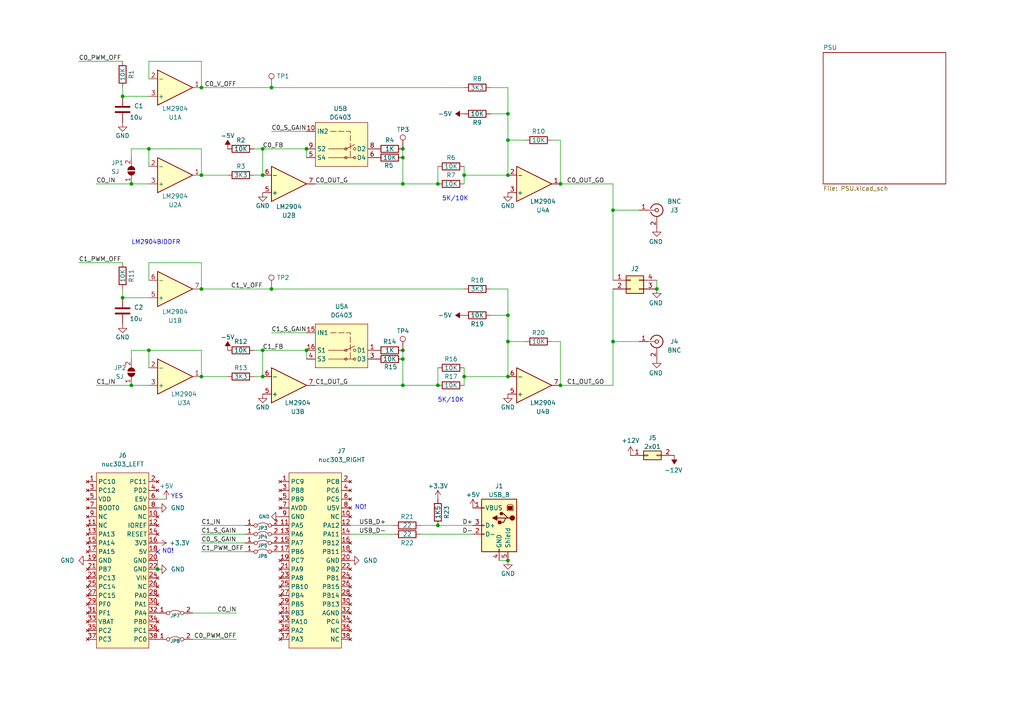
<source format=kicad_sch>
(kicad_sch (version 20230121) (generator eeschema)
  (paper "A4")
  (lib_symbols
    (symbol "Amplifier_Operational:LM2904" (pin_names (offset 0.127))
      (property "Reference" "U" (at 0 5.08 0))
      (property "Value" "LM2904" (at 0 -5.08 0))
      (symbol "LM2904_1_1"
        (polyline (pts (xy -5.08 5.08) (xy 5.08 0) (xy -5.08 -5.08) (xy -5.08 5.08)) (stroke (width 0.254)) (fill (type background)))
        (pin output line (at 7.62 0 180) (length 2.54) (name "~") (number "1"))
        (pin input line (at -7.62 -2.54 0) (length 2.54) (name "-") (number "2"))
        (pin input line (at -7.62 2.54 0) (length 2.54) (name "+") (number "3"))
      )
      (symbol "LM2904_2_1"
        (polyline (pts (xy -5.08 5.08) (xy 5.08 0) (xy -5.08 -5.08) (xy -5.08 5.08)) (stroke (width 0.254)) (fill (type background)))
        (pin input line (at -7.62 2.54 0) (length 2.54) (name "+") (number "5"))
        (pin input line (at -7.62 -2.54 0) (length 2.54) (name "-") (number "6"))
        (pin output line (at 7.62 0 180) (length 2.54) (name "~") (number "7"))
      )
      (symbol "LM2904_3_1"
        (pin power_in line (at -2.54 -7.62 90) (length 3.81) (name "V-") (number "4"))
        (pin power_in line (at -2.54 7.62 270) (length 3.81) (name "V+") (number "8"))
      )
    )
    (symbol "Connector:Conn_Coaxial" (pin_names (offset 1.016) hide)
      (property "Reference" "J" (at 0.254 3.048 0))
      (property "Value" "Conn_Coaxial" (at 2.921 0 90))
      (symbol "Conn_Coaxial_0_1"
        (arc (start -1.778 -0.508) (mid 0.2311 -1.8066) (end 1.778 0) (stroke (width 0.254)))
        (polyline (pts (xy -2.54 0) (xy -0.508 0)))
        (polyline (pts (xy 0 -2.54) (xy 0 -1.778)))
        (circle (center 0 0) (radius 0.508) (stroke (width 0.2032)))
        (arc (start 1.778 0) (mid 0.2099 1.8101) (end -1.778 0.508) (stroke (width 0.254)))
      )
      (symbol "Conn_Coaxial_1_1"
        (pin passive line (at -5.08 0 0) (length 2.54) (name "In") (number "1"))
        (pin passive line (at 0 -5.08 90) (length 2.54) (name "Ext") (number "2"))
      )
    )
    (symbol "Connector:TestPoint" (pin_numbers hide) (pin_names (offset 0.762) hide)
      (property "Reference" "TP" (at 0 6.858 0))
      (property "Value" "TestPoint" (at 0 5.08 0))
      (symbol "TestPoint_0_1"
        (circle (center 0 3.302) (radius 0.762))
      )
      (symbol "TestPoint_1_1"
        (pin passive line (at 0 0 90) (length 2.54) (name "1") (number "1"))
      )
    )
    (symbol "Connector:USB_B" (pin_names (offset 1.016))
      (property "Reference" "J" (at -5.08 11.43 0))
      (property "Value" "USB_B" (at -5.08 8.89 0))
      (symbol "USB_B_0_1"
        (rectangle (start -5.08 -7.62) (end 5.08 7.62) (stroke (width 0.254)) (fill (type background)))
        (circle (center -3.81 2.159) (radius 0.635) (stroke (width 0.254)) (fill (type outline)))
        (rectangle (start -3.81 5.588) (end -2.54 4.572) (fill (type outline)))
        (circle (center -0.635 3.429) (radius 0.381) (stroke (width 0.254)) (fill (type outline)))
        (rectangle (start -0.127 -7.62) (end 0.127 -6.858))
        (polyline (pts (xy -1.905 2.159) (xy 0.635 2.159)) (stroke (width 0.254)))
        (polyline (pts (xy -3.175 2.159) (xy -2.54 2.159) (xy -1.27 3.429) (xy -0.635 3.429)) (stroke (width 0.254)))
        (polyline (pts (xy -2.54 2.159) (xy -1.905 2.159) (xy -1.27 0.889) (xy 0 0.889)) (stroke (width 0.254)))
        (polyline (pts (xy 0.635 2.794) (xy 0.635 1.524) (xy 1.905 2.159) (xy 0.635 2.794)) (stroke (width 0.254)) (fill (type outline)))
        (polyline (pts (xy -4.064 4.318) (xy -2.286 4.318) (xy -2.286 5.715) (xy -2.667 6.096) (xy -3.683 6.096) (xy -4.064 5.715) (xy -4.064 4.318)))
        (rectangle (start 0.254 1.27) (end -0.508 0.508) (stroke (width 0.254)) (fill (type outline)))
        (rectangle (start 5.08 -2.667) (end 4.318 -2.413))
        (rectangle (start 5.08 -0.127) (end 4.318 0.127))
        (rectangle (start 5.08 4.953) (end 4.318 5.207))
      )
      (symbol "USB_B_1_1"
        (pin power_out line (at 7.62 5.08 180) (length 2.54) (name "VBUS") (number "1"))
        (pin bidirectional line (at 7.62 -2.54 180) (length 2.54) (name "D-") (number "2"))
        (pin bidirectional line (at 7.62 0 180) (length 2.54) (name "D+") (number "3"))
        (pin power_out line (at 0 -10.16 90) (length 2.54) (name "GND") (number "4"))
        (pin passive line (at -2.54 -10.16 90) (length 2.54) (name "Shield") (number "5"))
      )
    )
    (symbol "Connector_Generic:Conn_02x01" (pin_names (offset 1.016) hide)
      (property "Reference" "J" (at 1.27 2.54 0))
      (property "Value" "Conn_02x01" (at 1.27 -2.54 0))
      (symbol "Conn_02x01_1_1"
        (rectangle (start -1.27 0.127) (end 0 -0.127) (stroke (width 0.1524)))
        (rectangle (start -1.27 1.27) (end 3.81 -1.27) (stroke (width 0.254)) (fill (type background)))
        (rectangle (start 3.81 0.127) (end 2.54 -0.127) (stroke (width 0.1524)))
        (pin passive line (at -5.08 0 0) (length 3.81) (name "Pin_1") (number "1"))
        (pin passive line (at 7.62 0 180) (length 3.81) (name "Pin_2") (number "2"))
      )
    )
    (symbol "Connector_Generic:Conn_02x02_Counter_Clockwise" (pin_names (offset 1.016) hide)
      (property "Reference" "J" (at 1.27 2.54 0))
      (property "Value" "Conn_02x02_Counter_Clockwise" (at 1.27 -5.08 0))
      (symbol "Conn_02x02_Counter_Clockwise_1_1"
        (rectangle (start -1.27 -2.413) (end 0 -2.667) (stroke (width 0.1524)))
        (rectangle (start -1.27 0.127) (end 0 -0.127) (stroke (width 0.1524)))
        (rectangle (start -1.27 1.27) (end 3.81 -3.81) (stroke (width 0.254)) (fill (type background)))
        (rectangle (start 3.81 -2.413) (end 2.54 -2.667) (stroke (width 0.1524)))
        (rectangle (start 3.81 0.127) (end 2.54 -0.127) (stroke (width 0.1524)))
        (pin passive line (at -5.08 0 0) (length 3.81) (name "Pin_1") (number "1"))
        (pin passive line (at -5.08 -2.54 0) (length 3.81) (name "Pin_2") (number "2"))
        (pin passive line (at 7.62 -2.54 180) (length 3.81) (name "Pin_3") (number "3"))
        (pin passive line (at 7.62 0 180) (length 3.81) (name "Pin_4") (number "4"))
      )
    )
    (symbol "DG403_2"
      (property "Reference" "U" (at -1.905 1.27 0))
      (property "Value" "DG403" (at -1.27 -0.635 0))
      (symbol "DG403_2_1_1"
        (rectangle (start -17.78 -2.54) (end -2.54 -15.24) (fill (type background)))
        (circle (center -8.89 -12.7) (radius 0.3592))
        (circle (center -8.89 -10.16) (radius 0.3592))
        (circle (center -6.35 -12.7) (radius 0.3592))
        (circle (center -6.35 -10.16) (radius 0.3592))
        (polyline (pts (xy -13.97 -12.7) (xy -8.89 -12.7)))
        (polyline (pts (xy -13.97 -10.16) (xy -8.89 -10.16)))
        (polyline (pts (xy -8.89 -12.7) (xy -6.35 -12.7)))
        (polyline (pts (xy -8.89 -10.16) (xy -6.35 -8.89)))
        (polyline (pts (xy -13.335 -5.08) (xy -7.62 -5.08) (xy -7.62 -12.7)) (stroke (width 0) (type dash)))
        (pin input line (at 0 -10.16 180) (length 2.54) (name "D1") (number "1"))
        (pin input line (at -20.32 -5.08 0) (length 2.54) (name "IN1") (number "15"))
        (pin input line (at -20.32 -10.16 0) (length 2.54) (name "S1") (number "16"))
        (pin input line (at 0 -12.7 180) (length 2.54) (name "D3") (number "3"))
        (pin input line (at -20.32 -12.7 0) (length 2.54) (name "S3") (number "4"))
      )
      (symbol "DG403_2_2_1"
        (rectangle (start -7.62 -2.54) (end 7.62 -15.24) (fill (type background)))
        (polyline (pts (xy -3.81 -12.7) (xy 1.27 -12.7)))
        (polyline (pts (xy -3.81 -10.16) (xy 1.27 -10.16)))
        (polyline (pts (xy 1.27 -12.7) (xy 3.81 -12.7)))
        (polyline (pts (xy 1.27 -10.16) (xy 3.81 -8.89)))
        (polyline (pts (xy -3.175 -5.08) (xy 2.54 -5.08) (xy 2.54 -12.7)) (stroke (width 0) (type dash)))
        (circle (center 1.27 -12.7) (radius 0.3592))
        (circle (center 1.27 -10.16) (radius 0.3592))
        (circle (center 3.81 -12.7) (radius 0.3592))
        (circle (center 3.81 -10.16) (radius 0.3592))
        (pin input line (at -10.16 -5.08 0) (length 2.54) (name "IN2") (number "10"))
        (pin input line (at -10.16 -12.7 0) (length 2.54) (name "S4") (number "5"))
        (pin input line (at 10.16 -12.7 180) (length 2.54) (name "D4") (number "6"))
        (pin input line (at 10.16 -10.16 180) (length 2.54) (name "D2") (number "8"))
        (pin input line (at -10.16 -10.16 0) (length 2.54) (name "S2") (number "9"))
      )
      (symbol "DG403_2_3_1"
        (rectangle (start -7.62 -7.62) (end 5.08 -17.78) (fill (type background)))
        (pin power_in line (at 2.54 -5.08 270) (length 2.54) (name "V+") (number "11"))
        (pin power_in line (at -5.08 -5.08 270) (length 2.54) (name "VL") (number "12"))
        (pin power_in line (at -5.08 -20.32 90) (length 2.54) (name "GND") (number "13"))
        (pin power_in line (at 2.54 -20.32 90) (length 2.54) (name "V-") (number "14"))
      )
    )
    (symbol "Device:C" (pin_numbers hide) (pin_names (offset 0.254))
      (property "Reference" "C" (at 0.635 2.54 0))
      (property "Value" "C" (at 0.635 -2.54 0))
      (symbol "C_0_1"
        (polyline (pts (xy -2.032 -0.762) (xy 2.032 -0.762)) (stroke (width 0.508)))
        (polyline (pts (xy -2.032 0.762) (xy 2.032 0.762)) (stroke (width 0.508)))
      )
      (symbol "C_1_1"
        (pin passive line (at 0 3.81 270) (length 2.794) (name "~") (number "1"))
        (pin passive line (at 0 -3.81 90) (length 2.794) (name "~") (number "2"))
      )
    )
    (symbol "Device:R" (pin_numbers hide) (pin_names (offset 0))
      (property "Reference" "R" (at 2.032 0 90))
      (property "Value" "R" (at 0 0 90))
      (symbol "R_0_1"
        (rectangle (start -1.016 -2.54) (end 1.016 2.54) (stroke (width 0.254)))
      )
      (symbol "R_1_1"
        (pin passive line (at 0 3.81 270) (length 1.27) (name "~") (number "1"))
        (pin passive line (at 0 -3.81 90) (length 1.27) (name "~") (number "2"))
      )
    )
    (symbol "Jumper:Jumper_2_Bridged" (pin_names (offset 0) hide)
      (property "Reference" "JP" (at 0 1.905 0))
      (property "Value" "Jumper_2_Bridged" (at 0 -2.54 0))
      (symbol "Jumper_2_Bridged_0_0"
        (circle (center -2.032 0) (radius 0.508))
        (circle (center 2.032 0) (radius 0.508))
      )
      (symbol "Jumper_2_Bridged_0_1"
        (arc (start 1.524 0.254) (mid 0 0.762) (end -1.524 0.254))
      )
      (symbol "Jumper_2_Bridged_1_1"
        (pin passive line (at -5.08 0 0) (length 2.54) (name "A") (number "1"))
        (pin passive line (at 5.08 0 180) (length 2.54) (name "B") (number "2"))
      )
    )
    (symbol "Jumper:SolderJumper_2_Open" (pin_names (offset 0) hide)
      (property "Reference" "JP" (at 0 2.032 0))
      (property "Value" "SolderJumper_2_Open" (at 0 -2.54 0))
      (symbol "SolderJumper_2_Open_0_1"
        (arc (start -0.254 1.016) (mid -1.2656 0) (end -0.254 -1.016))
        (arc (start -0.254 1.016) (mid -1.2656 0) (end -0.254 -1.016) (fill (type outline)))
        (polyline (pts (xy -0.254 1.016) (xy -0.254 -1.016)))
        (polyline (pts (xy 0.254 1.016) (xy 0.254 -1.016)))
        (arc (start 0.254 -1.016) (mid 1.2656 0) (end 0.254 1.016))
        (arc (start 0.254 -1.016) (mid 1.2656 0) (end 0.254 1.016) (fill (type outline)))
      )
      (symbol "SolderJumper_2_Open_1_1"
        (pin passive line (at -3.81 0 0) (length 2.54) (name "A") (number "1"))
        (pin passive line (at 3.81 0 180) (length 2.54) (name "B") (number "2"))
      )
    )
    (symbol "awg_lib:DG403"
      (property "Reference" "U" (at -1.905 1.27 0))
      (property "Value" "DG403" (at -1.27 -0.635 0))
      (symbol "DG403_1_1"
        (rectangle (start -17.78 -2.54) (end -2.54 -15.24) (fill (type background)))
        (circle (center -8.89 -12.7) (radius 0.3592))
        (circle (center -8.89 -10.16) (radius 0.3592))
        (circle (center -6.35 -12.7) (radius 0.3592))
        (circle (center -6.35 -10.16) (radius 0.3592))
        (polyline (pts (xy -13.97 -12.7) (xy -8.89 -12.7)))
        (polyline (pts (xy -13.97 -10.16) (xy -8.89 -10.16)))
        (polyline (pts (xy -8.89 -12.7) (xy -6.35 -12.7)))
        (polyline (pts (xy -8.89 -10.16) (xy -6.35 -8.89)))
        (polyline (pts (xy -13.335 -5.08) (xy -7.62 -5.08) (xy -7.62 -12.7)) (stroke (width 0) (type dash)))
        (pin input line (at 0 -10.16 180) (length 2.54) (name "D1") (number "1"))
        (pin input line (at -20.32 -5.08 0) (length 2.54) (name "IN1") (number "15"))
        (pin input line (at -20.32 -10.16 0) (length 2.54) (name "S1") (number "16"))
        (pin input line (at 0 -12.7 180) (length 2.54) (name "D3") (number "3"))
        (pin input line (at -20.32 -12.7 0) (length 2.54) (name "S3") (number "4"))
      )
      (symbol "DG403_2_1"
        (rectangle (start -7.62 -2.54) (end 7.62 -15.24) (fill (type background)))
        (polyline (pts (xy -3.81 -12.7) (xy 1.27 -12.7)))
        (polyline (pts (xy -3.81 -10.16) (xy 1.27 -10.16)))
        (polyline (pts (xy 1.27 -12.7) (xy 3.81 -12.7)))
        (polyline (pts (xy 1.27 -10.16) (xy 3.81 -8.89)))
        (polyline (pts (xy -3.175 -5.08) (xy 2.54 -5.08) (xy 2.54 -12.7)) (stroke (width 0) (type dash)))
        (circle (center 1.27 -12.7) (radius 0.3592))
        (circle (center 1.27 -10.16) (radius 0.3592))
        (circle (center 3.81 -12.7) (radius 0.3592))
        (circle (center 3.81 -10.16) (radius 0.3592))
        (pin input line (at -10.16 -5.08 0) (length 2.54) (name "IN2") (number "10"))
        (pin input line (at -10.16 -12.7 0) (length 2.54) (name "S4") (number "5"))
        (pin input line (at 10.16 -12.7 180) (length 2.54) (name "D4") (number "6"))
        (pin input line (at 10.16 -10.16 180) (length 2.54) (name "D2") (number "8"))
        (pin input line (at -10.16 -10.16 0) (length 2.54) (name "S2") (number "9"))
      )
      (symbol "DG403_3_1"
        (rectangle (start -7.62 -7.62) (end 5.08 -17.78) (fill (type background)))
        (pin power_in line (at 2.54 -5.08 270) (length 2.54) (name "V+") (number "11"))
        (pin power_in line (at -5.08 -5.08 270) (length 2.54) (name "VL") (number "12"))
        (pin power_in line (at -5.08 -20.32 90) (length 2.54) (name "GND") (number "13"))
        (pin power_in line (at 2.54 -20.32 90) (length 2.54) (name "V-") (number "14"))
      )
    )
    (symbol "awg_lib:nuc303_LEFT"
      (property "Reference" "J" (at 0 2.54 0))
      (property "Value" "nuc303_LEFT" (at 0 5.08 0))
      (symbol "nuc303_LEFT_0_0"
        (pin no_connect line (at -10.16 -2.54 0) (length 2.54) (name "PC10") (number "1"))
        (pin no_connect line (at 10.16 -12.7 180) (length 2.54) (name "NC") (number "10"))
        (pin no_connect line (at -10.16 -15.24 0) (length 2.54) (name "NC") (number "11"))
        (pin no_connect line (at 10.16 -15.24 180) (length 2.54) (name "IOREF") (number "12"))
        (pin no_connect line (at -10.16 -17.78 0) (length 2.54) (name "PA13") (number "13"))
        (pin no_connect line (at 10.16 -17.78 180) (length 2.54) (name "RESET") (number "14"))
        (pin no_connect line (at -10.16 -20.32 0) (length 2.54) (name "PA14") (number "15"))
        (pin power_out line (at 10.16 -20.32 180) (length 2.54) (name "3V3") (number "16"))
        (pin no_connect line (at -10.16 -22.86 0) (length 2.54) (name "PA15") (number "17"))
        (pin power_out line (at 10.16 -22.86 180) (length 2.54) (name "5V") (number "18"))
        (pin power_in line (at -10.16 -25.4 0) (length 2.54) (name "GND") (number "19"))
        (pin no_connect line (at 10.16 -2.54 180) (length 2.54) (name "PC11") (number "2"))
        (pin power_in line (at 10.16 -25.4 180) (length 2.54) (name "GND") (number "20"))
        (pin no_connect line (at -10.16 -27.94 0) (length 2.54) (name "PB7") (number "21"))
        (pin power_in line (at 10.16 -27.94 180) (length 2.54) (name "GND") (number "22"))
        (pin no_connect line (at -10.16 -30.48 0) (length 2.54) (name "PC13") (number "23"))
        (pin no_connect line (at 10.16 -30.48 180) (length 2.54) (name "VIN") (number "24"))
        (pin no_connect line (at -10.16 -33.02 0) (length 2.54) (name "PC14") (number "25"))
        (pin no_connect line (at 10.16 -33.02 180) (length 2.54) (name "NC") (number "26"))
        (pin no_connect line (at -10.16 -35.56 0) (length 2.54) (name "PC15") (number "27"))
        (pin no_connect line (at 10.16 -35.56 180) (length 2.54) (name "PA0") (number "28"))
        (pin no_connect line (at -10.16 -38.1 0) (length 2.54) (name "PF0") (number "29"))
        (pin no_connect line (at -10.16 -5.08 0) (length 2.54) (name "PC12") (number "3"))
        (pin no_connect line (at 10.16 -38.1 180) (length 2.54) (name "PA1") (number "30"))
        (pin no_connect line (at -10.16 -40.64 0) (length 2.54) (name "PF1") (number "31"))
        (pin output line (at 10.16 -40.64 180) (length 2.54) (name "PA4") (number "32"))
        (pin no_connect line (at -10.16 -43.18 0) (length 2.54) (name "VBAT") (number "33"))
        (pin no_connect line (at 10.16 -43.18 180) (length 2.54) (name "PB0") (number "34"))
        (pin no_connect line (at -10.16 -45.72 0) (length 2.54) (name "PC2") (number "35"))
        (pin no_connect line (at 10.16 -45.72 180) (length 2.54) (name "PC1") (number "36"))
        (pin no_connect line (at -10.16 -48.26 0) (length 2.54) (name "PC3") (number "37"))
        (pin no_connect line (at 10.16 -5.08 180) (length 2.54) (name "PD2") (number "4"))
        (pin no_connect line (at -10.16 -7.62 0) (length 2.54) (name "VDD") (number "5"))
        (pin power_in line (at 10.16 -7.62 180) (length 2.54) (name "E5V") (number "6"))
        (pin no_connect line (at -10.16 -10.16 0) (length 2.54) (name "BOOT0") (number "7"))
        (pin power_in line (at 10.16 -10.16 180) (length 2.54) (name "GND") (number "8"))
        (pin no_connect line (at -10.16 -12.7 0) (length 2.54) (name "NC") (number "9"))
      )
      (symbol "nuc303_LEFT_1_0"
        (pin output line (at 10.16 -48.26 180) (length 2.54) (name "PC0") (number "38"))
      )
      (symbol "nuc303_LEFT_1_1"
        (rectangle (start -7.62 0) (end 7.62 -50.8) (fill (type background)))
      )
    )
    (symbol "awg_lib:nuc303_RIGHT"
      (property "Reference" "J" (at 1.27 3.81 0))
      (property "Value" "nuc303_RIGHT" (at 0 7.62 0))
      (symbol "nuc303_RIGHT_0_0"
        (pin no_connect line (at -7.62 -2.54 0) (length 2.54) (name "PC9") (number "1"))
        (pin no_connect line (at 12.7 -12.7 180) (length 2.54) (name "NC") (number "10"))
        (pin no_connect line (at 12.7 -20.32 180) (length 2.54) (name "PB12") (number "16"))
        (pin no_connect line (at 12.7 -22.86 180) (length 2.54) (name "PB11") (number "18"))
        (pin no_connect line (at -7.62 -25.4 0) (length 2.54) (name "PC7") (number "19"))
        (pin no_connect line (at 12.7 -2.54 180) (length 2.54) (name "PC8") (number "2"))
        (pin power_in line (at 12.7 -25.4 180) (length 2.54) (name "GND") (number "20"))
        (pin no_connect line (at -7.62 -27.94 0) (length 2.54) (name "PA9") (number "21"))
        (pin no_connect line (at 12.7 -27.94 180) (length 2.54) (name "PB2") (number "22"))
        (pin no_connect line (at -7.62 -30.48 0) (length 2.54) (name "PA8") (number "23"))
        (pin no_connect line (at 12.7 -30.48 180) (length 2.54) (name "PB1") (number "24"))
        (pin no_connect line (at -7.62 -33.02 0) (length 2.54) (name "PB10") (number "25"))
        (pin no_connect line (at 12.7 -33.02 180) (length 2.54) (name "PB15") (number "26"))
        (pin no_connect line (at -7.62 -35.56 0) (length 2.54) (name "PB4") (number "27"))
        (pin no_connect line (at 12.7 -35.56 180) (length 2.54) (name "PB14") (number "28"))
        (pin no_connect line (at -7.62 -38.1 0) (length 2.54) (name "PB5") (number "29"))
        (pin no_connect line (at -7.62 -5.08 0) (length 2.54) (name "PB8") (number "3"))
        (pin no_connect line (at 12.7 -38.1 180) (length 2.54) (name "PB13") (number "30"))
        (pin no_connect line (at -7.62 -40.64 0) (length 2.54) (name "PB3") (number "31"))
        (pin no_connect line (at 12.7 -40.64 180) (length 2.54) (name "AGND") (number "32"))
        (pin no_connect line (at -7.62 -43.18 0) (length 2.54) (name "PA10") (number "33"))
        (pin no_connect line (at 12.7 -43.18 180) (length 2.54) (name "PC4") (number "34"))
        (pin no_connect line (at -7.62 -45.72 0) (length 2.54) (name "PA2") (number "35"))
        (pin no_connect line (at 12.7 -45.72 180) (length 2.54) (name "NC") (number "36"))
        (pin no_connect line (at -7.62 -48.26 0) (length 2.54) (name "PA3") (number "37"))
        (pin no_connect line (at 12.7 -48.26 180) (length 2.54) (name "NC") (number "38"))
        (pin no_connect line (at 12.7 -5.08 180) (length 2.54) (name "PC6") (number "4"))
        (pin no_connect line (at -7.62 -7.62 0) (length 2.54) (name "PB9") (number "5"))
        (pin no_connect line (at 12.7 -7.62 180) (length 2.54) (name "PC5") (number "6"))
        (pin no_connect line (at -7.62 -10.16 0) (length 2.54) (name "AVDD") (number "7"))
        (pin no_connect line (at 12.7 -10.16 180) (length 2.54) (name "U5V") (number "8"))
        (pin power_in line (at -7.62 -12.7 0) (length 2.54) (name "GND") (number "9"))
      )
      (symbol "nuc303_RIGHT_1_0"
        (pin output line (at -7.62 -15.24 0) (length 2.54) (name "PA5") (number "11"))
        (pin input line (at 12.7 -15.24 180) (length 2.54) (name "PA12") (number "12"))
        (pin output line (at -7.62 -17.78 0) (length 2.54) (name "PA6") (number "13"))
        (pin input line (at 12.7 -17.78 180) (length 2.54) (name "PA11") (number "14"))
        (pin output line (at -7.62 -20.32 0) (length 2.54) (name "PA7") (number "15"))
        (pin output line (at -7.62 -22.86 0) (length 2.54) (name "PB6") (number "17"))
      )
      (symbol "nuc303_RIGHT_1_1"
        (rectangle (start -5.08 0) (end 10.16 -50.8) (fill (type background)))
      )
    )
    (symbol "power:+12V" (power) (pin_names (offset 0))
      (property "Value" "+12V" (at 0 3.556 0))
      (symbol "+12V_0_1"
        (polyline (pts (xy -0.762 1.27) (xy 0 2.54)))
        (polyline (pts (xy 0 0) (xy 0 2.54)))
        (polyline (pts (xy 0 2.54) (xy 0.762 1.27)))
      )
      (symbol "+12V_1_1"
        (pin power_in line (at 0 0 90) (length 0) hide (name "+12V") (number "1"))
      )
    )
    (symbol "power:+3.3V" (power) (pin_names (offset 0))
      (property "Value" "+3.3V" (at 0 3.556 0))
      (symbol "+3.3V_0_1"
        (polyline (pts (xy -0.762 1.27) (xy 0 2.54)))
        (polyline (pts (xy 0 0) (xy 0 2.54)))
        (polyline (pts (xy 0 2.54) (xy 0.762 1.27)))
      )
      (symbol "+3.3V_1_1"
        (pin power_in line (at 0 0 90) (length 0) hide (name "+3.3V") (number "1"))
      )
    )
    (symbol "power:+5V" (power) (pin_names (offset 0))
      (property "Value" "+5V" (at 0 3.556 0))
      (symbol "+5V_0_1"
        (polyline (pts (xy -0.762 1.27) (xy 0 2.54)))
        (polyline (pts (xy 0 0) (xy 0 2.54)))
        (polyline (pts (xy 0 2.54) (xy 0.762 1.27)))
      )
      (symbol "+5V_1_1"
        (pin power_in line (at 0 0 90) (length 0) hide (name "+5V") (number "1"))
      )
    )
    (symbol "power:-12V" (power) (pin_names (offset 0))
      (property "Value" "-12V" (at 0 3.81 0))
      (symbol "-12V_0_0"
        (pin power_in line (at 0 0 90) (length 0) hide (name "-12V") (number "1"))
      )
      (symbol "-12V_0_1"
        (polyline (pts (xy 0 0) (xy 0 1.27) (xy 0.762 1.27) (xy 0 2.54) (xy -0.762 1.27) (xy 0 1.27)) (fill (type outline)))
      )
    )
    (symbol "power:-5V" (power) (pin_names (offset 0))
      (property "Value" "-5V" (at 0 3.81 0))
      (symbol "-5V_0_0"
        (pin power_in line (at 0 0 90) (length 0) hide (name "-5V") (number "1"))
      )
      (symbol "-5V_0_1"
        (polyline (pts (xy 0 0) (xy 0 1.27) (xy 0.762 1.27) (xy 0 2.54) (xy -0.762 1.27) (xy 0 1.27)) (fill (type outline)))
      )
    )
    (symbol "power:GND" (power) (pin_names (offset 0))
      (property "Value" "GND" (at 0 -3.81 0))
      (symbol "GND_0_1"
        (polyline (pts (xy 0 0) (xy 0 -1.27) (xy 1.27 -1.27) (xy 0 -2.54) (xy -1.27 -1.27) (xy 0 -1.27)))
      )
      (symbol "GND_1_1"
        (pin power_in line (at 0 0 270) (length 0) hide (name "GND") (number "1"))
      )
    )
  )
  (junction (at 147.32 99.06))
  (junction (at 38.1 111.76))
  (junction (at 162.56 53.34))
  (junction (at 76.2 43.18))
  (junction (at 147.32 33.02))
  (junction (at 35.56 27.94))
  (junction (at 177.8 99.06))
  (junction (at 88.9 101.6))
  (junction (at 147.32 50.8))
  (junction (at 116.84 101.6))
  (junction (at 76.2 101.6))
  (junction (at 190.5 83.82))
  (junction (at 58.42 109.22))
  (junction (at 88.9 43.18))
  (junction (at 116.84 111.76))
  (junction (at 76.2 50.8))
  (junction (at 58.42 83.82))
  (junction (at 78.74 83.82))
  (junction (at 147.32 109.22))
  (junction (at 35.56 86.36))
  (junction (at 116.84 104.14))
  (junction (at 58.42 50.8))
  (junction (at 78.74 25.4))
  (junction (at 134.62 50.8))
  (junction (at 127 152.4))
  (junction (at 134.62 109.22))
  (junction (at 45.72 165.1))
  (junction (at 162.56 111.76))
  (junction (at 177.8 60.96))
  (junction (at 43.18 43.18))
  (junction (at 116.84 45.72))
  (junction (at 147.32 40.64))
  (junction (at 38.1 53.34))
  (junction (at 127 111.76))
  (junction (at 43.18 101.6))
  (junction (at 147.32 162.56))
  (junction (at 76.2 109.22))
  (junction (at 116.84 43.18))
  (junction (at 127 53.34))
  (junction (at 147.32 91.44))
  (junction (at 58.42 25.4))
  (junction (at 116.84 53.34))
  (no_connect (at 45.72 160.02))
  (wire (pts (xy 35.56 86.36) (xy 43.18 86.36)))
  (wire (pts (xy 43.18 17.78) (xy 58.42 17.78)))
  (wire (pts (xy 142.24 83.82) (xy 147.32 83.82)))
  (wire (pts (xy 43.18 81.28) (xy 43.18 76.2)))
  (wire (pts (xy 38.1 43.18) (xy 43.18 43.18)))
  (wire (pts (xy 68.58 177.8) (xy 55.88 177.8)))
  (wire (pts (xy 134.62 106.68) (xy 134.62 109.22)))
  (wire (pts (xy 35.56 27.94) (xy 43.18 27.94)))
  (wire (pts (xy 38.1 101.6) (xy 43.18 101.6)))
  (wire (pts (xy 27.94 111.76) (xy 38.1 111.76)))
  (wire (pts (xy 38.1 43.18) (xy 38.1 45.72)))
  (wire (pts (xy 190.5 83.82) (xy 190.5 81.28)))
  (wire (pts (xy 43.18 43.18) (xy 58.42 43.18)))
  (wire (pts (xy 58.42 17.78) (xy 58.42 25.4)))
  (wire (pts (xy 76.2 101.6) (xy 76.2 109.22)))
  (wire (pts (xy 114.3 154.94) (xy 101.6 154.94)))
  (wire (pts (xy 58.42 43.18) (xy 58.42 50.8)))
  (wire (pts (xy 58.42 101.6) (xy 58.42 109.22)))
  (wire (pts (xy 134.62 109.22) (xy 134.62 111.76)))
  (wire (pts (xy 58.42 25.4) (xy 78.74 25.4)))
  (wire (pts (xy 58.42 109.22) (xy 66.04 109.22)))
  (wire (pts (xy 58.42 157.48) (xy 71.12 157.48)))
  (wire (pts (xy 91.44 53.34) (xy 116.84 53.34)))
  (wire (pts (xy 147.32 25.4) (xy 147.32 33.02)))
  (wire (pts (xy 177.8 99.06) (xy 177.8 111.76)))
  (wire (pts (xy 162.56 99.06) (xy 162.56 111.76)))
  (wire (pts (xy 127 106.68) (xy 127 111.76)))
  (wire (pts (xy 147.32 83.82) (xy 147.32 91.44)))
  (wire (pts (xy 127 152.4) (xy 121.92 152.4)))
  (wire (pts (xy 116.84 101.6) (xy 116.84 104.14)))
  (wire (pts (xy 58.42 152.4) (xy 71.12 152.4)))
  (wire (pts (xy 78.74 96.52) (xy 88.9 96.52)))
  (wire (pts (xy 76.2 43.18) (xy 88.9 43.18)))
  (wire (pts (xy 73.66 101.6) (xy 76.2 101.6)))
  (wire (pts (xy 35.56 25.4) (xy 35.56 27.94)))
  (wire (pts (xy 78.74 25.4) (xy 134.62 25.4)))
  (wire (pts (xy 22.86 76.2) (xy 35.56 76.2)))
  (wire (pts (xy 22.86 17.78) (xy 35.56 17.78)))
  (wire (pts (xy 73.66 43.18) (xy 76.2 43.18)))
  (wire (pts (xy 88.9 101.6) (xy 88.9 104.14)))
  (wire (pts (xy 116.84 104.14) (xy 116.84 111.76)))
  (wire (pts (xy 78.74 38.1) (xy 88.9 38.1)))
  (wire (pts (xy 58.42 50.8) (xy 66.04 50.8)))
  (wire (pts (xy 147.32 162.56) (xy 144.78 162.56)))
  (wire (pts (xy 147.32 91.44) (xy 142.24 91.44)))
  (wire (pts (xy 55.88 185.42) (xy 68.58 185.42)))
  (wire (pts (xy 58.42 154.94) (xy 71.12 154.94)))
  (wire (pts (xy 160.02 40.64) (xy 162.56 40.64)))
  (wire (pts (xy 43.18 76.2) (xy 58.42 76.2)))
  (wire (pts (xy 78.74 83.82) (xy 134.62 83.82)))
  (wire (pts (xy 134.62 50.8) (xy 147.32 50.8)))
  (wire (pts (xy 116.84 45.72) (xy 116.84 53.34)))
  (wire (pts (xy 177.8 60.96) (xy 185.42 60.96)))
  (wire (pts (xy 35.56 83.82) (xy 35.56 86.36)))
  (wire (pts (xy 88.9 43.18) (xy 88.9 45.72)))
  (wire (pts (xy 58.42 76.2) (xy 58.42 83.82)))
  (wire (pts (xy 147.32 33.02) (xy 142.24 33.02)))
  (wire (pts (xy 162.56 40.64) (xy 162.56 53.34)))
  (wire (pts (xy 162.56 53.34) (xy 177.8 53.34)))
  (wire (pts (xy 43.18 106.68) (xy 43.18 101.6)))
  (wire (pts (xy 116.84 43.18) (xy 116.84 45.72)))
  (wire (pts (xy 121.92 154.94) (xy 137.16 154.94)))
  (wire (pts (xy 160.02 99.06) (xy 162.56 99.06)))
  (wire (pts (xy 177.8 53.34) (xy 177.8 60.96)))
  (wire (pts (xy 76.2 101.6) (xy 88.9 101.6)))
  (wire (pts (xy 134.62 50.8) (xy 134.62 53.34)))
  (wire (pts (xy 147.32 109.22) (xy 147.32 99.06)))
  (wire (pts (xy 147.32 109.22) (xy 134.62 109.22)))
  (wire (pts (xy 43.18 101.6) (xy 58.42 101.6)))
  (wire (pts (xy 127 152.4) (xy 137.16 152.4)))
  (wire (pts (xy 45.72 165.1) (xy 45.72 162.56)))
  (wire (pts (xy 177.8 83.82) (xy 177.8 99.06)))
  (wire (pts (xy 73.66 50.8) (xy 76.2 50.8)))
  (wire (pts (xy 127 48.26) (xy 127 53.34)))
  (wire (pts (xy 114.3 152.4) (xy 101.6 152.4)))
  (wire (pts (xy 73.66 109.22) (xy 76.2 109.22)))
  (wire (pts (xy 27.94 53.34) (xy 38.1 53.34)))
  (wire (pts (xy 38.1 101.6) (xy 38.1 104.14)))
  (wire (pts (xy 116.84 111.76) (xy 127 111.76)))
  (wire (pts (xy 76.2 43.18) (xy 76.2 50.8)))
  (wire (pts (xy 177.8 60.96) (xy 177.8 81.28)))
  (wire (pts (xy 185.42 99.06) (xy 177.8 99.06)))
  (wire (pts (xy 116.84 53.34) (xy 127 53.34)))
  (wire (pts (xy 43.18 22.86) (xy 43.18 17.78)))
  (wire (pts (xy 58.42 83.82) (xy 78.74 83.82)))
  (wire (pts (xy 48.26 144.78) (xy 45.72 144.78)))
  (wire (pts (xy 43.18 48.26) (xy 43.18 43.18)))
  (wire (pts (xy 147.32 91.44) (xy 147.32 99.06)))
  (wire (pts (xy 91.44 111.76) (xy 116.84 111.76)))
  (wire (pts (xy 58.42 160.02) (xy 71.12 160.02)))
  (wire (pts (xy 147.32 40.64) (xy 147.32 50.8)))
  (wire (pts (xy 147.32 99.06) (xy 152.4 99.06)))
  (wire (pts (xy 147.32 33.02) (xy 147.32 40.64)))
  (wire (pts (xy 134.62 48.26) (xy 134.62 50.8)))
  (wire (pts (xy 147.32 40.64) (xy 152.4 40.64)))
  (wire (pts (xy 38.1 111.76) (xy 43.18 111.76)))
  (wire (pts (xy 38.1 53.34) (xy 43.18 53.34)))
  (wire (pts (xy 162.56 111.76) (xy 177.8 111.76)))
  (wire (pts (xy 142.24 25.4) (xy 147.32 25.4)))
  (text "OFFSET VOLTAGE\nFILTERING" (at -24.892 -140.208 0) (effects (font (size 3.81 3.81)) (justify left bottom)))
  (text "GAIN FEEDBACK" (at 51.308 -142.748 0) (effects (font (size 3.81 3.81)) (justify left bottom)))
  (text "GAIN+OFFSET" (at -106.172 -145.288 0) (effects (font (size 3.81 3.81)) (justify left bottom)))
  (text "NO!\n" (at 46.99 160.655 0) (effects (font (size 1.27 1.27)) (justify left bottom)))
  (text "YES" (at 49.53 144.78 0) (effects (font (size 1.27 1.27)) (justify left bottom)))
  (text "5K/10K" (at 134.62 116.84 0) (effects (font (size 1.27 1.27)) (justify right bottom)))
  (text "5K/10K" (at 135.89 58.42 0) (effects (font (size 1.27 1.27)) (justify right bottom)))
  (text "LM2904BIDDFR" (at 38.1 71.12 0) (effects (font (size 1.27 1.27)) (justify left bottom)))
  (text "NO!\n" (at 102.87 147.955 0) (effects (font (size 1.27 1.27)) (justify left bottom)))
  (label "C0_V_OFF" (at 68.58 25.4 180))
  (label "C0_OUT_GO" (at 175.26 53.34 180))
  (label "C0_PWM_OFF" (at 22.86 17.78 0))
  (label "C0_PWM_OFF" (at 68.58 185.42 180))
  (label "C0_IN" (at 27.94 53.34 0))
  (label "C1_IN" (at 58.42 152.4 0))
  (label "D+" (at 137.16 152.4 180))
  (label "USB_D+" (at 104.14 152.4 0))
  (label "C1_PWM_OFF" (at 58.42 160.02 0))
  (label "C1_PWM_OFF" (at 22.86 76.2 0))
  (label "C1_FB" (at 76.2 101.6 0))
  (label "C0_IN" (at 68.58 177.8 180))
  (label "C1_OUT_G" (at 91.44 111.76 0))
  (label "C0_S_GAIN" (at 78.74 38.1 0))
  (label "USB_D-" (at 104.14 154.94 0))
  (label "C1_S_GAIN" (at 58.42 154.94 0))
  (label "C1_IN" (at 27.94 111.76 0))
  (label "C0_FB" (at 76.2 43.18 0))
  (label "C1_OUT_GO" (at 175.26 111.76 180))
  (label "D-" (at 137.16 154.94 180))
  (label "C0_OUT_G" (at 91.44 53.34 0))
  (label "C1_V_OFF" (at 76.2 83.82 180))
  (label "C1_S_GAIN" (at 78.74 96.52 0))
  (label "C0_S_GAIN" (at 58.42 157.48 0))
  (symbol (lib_id "Device:R") (at 35.56 21.59 0) (unit 1)
    (property "Reference" "R1" (at 38.1 21.59 90))
    (property "Value" "10K" (at 35.56 21.59 90))
    (property "Footprint" "Resistor_SMD:R_0603_1608Metric" (effects hide))
  )
  (symbol (lib_id "Amplifier_Operational:LM2904") (at 50.8 109.22 0) (mirror x) (unit 1)
    (property "Reference" "U3" (at 53.34 116.84 0))
    (property "Value" "LM2904" (at 53.34 114.3 0))
    (property "Footprint" "Package_TO_SOT_SMD:SOT-23-8_Handsoldering" (effects hide))
    (property "Datasheet" "http://www.ti.com/lit/ds/symlink/lm358.pdf" (effects hide))
    (property "BUY" "https://www.digikey.com/en/products/detail/texas-instruments/LM2904BIDDFR/15222319" (effects hide))
  )
  (symbol (lib_id "awg_lib:nuc303_LEFT") (at 35.56 137.16 0) (unit 1)
    (property "Reference" "J6" (at 35.56 132.08 0))
    (property "Value" "nuc303_LEFT" (at 35.56 134.62 0))
    (property "Footprint" "Connector_PinHeader_2.54mm:PinHeader_2x19_P2.54mm_Vertical" (effects hide))
  )
  (symbol (lib_id "Amplifier_Operational:LM2904") (at 83.82 111.76 0) (mirror x) (unit 2)
    (property "Reference" "U3" (at 86.36 119.38 0))
    (property "Value" "LM2904" (at 86.36 116.84 0))
    (property "Footprint" "Package_TO_SOT_SMD:SOT-23-8_Handsoldering" (effects hide))
    (property "Datasheet" "http://www.ti.com/lit/ds/symlink/lm358.pdf" (effects hide))
    (property "BUY" "https://www.digikey.com/en/products/detail/texas-instruments/LM2904BIDDFR/15222319" (effects hide))
  )
  (symbol (lib_id "Amplifier_Operational:LM2904") (at 50.8 50.8 0) (mirror x) (unit 1)
    (property "Reference" "U2" (at 50.8 59.436 0))
    (property "Value" "LM2904" (at 50.8 56.896 0))
    (property "Footprint" "Package_TO_SOT_SMD:SOT-23-8_Handsoldering" (effects hide))
    (property "Datasheet" "http://www.ti.com/lit/ds/symlink/lm358.pdf" (effects hide))
    (property "BUY" "https://www.digikey.com/en/products/detail/texas-instruments/LM2904BIDDFR/15222319" (effects hide))
  )
  (symbol (lib_id "power:GND") (at 147.32 55.88 0) (unit 1)
    (property "Reference" "#PWR09" (effects hide))
    (property "Value" "GND" (at 149.352 59.69 0) (effects (justify right)))
  )
  (symbol (lib_id "Device:R") (at 113.03 101.6 90) (unit 1)
    (property "Reference" "R14" (at 113.03 99.06 90))
    (property "Value" "1K" (at 113.03 101.6 90))
    (property "Footprint" "Resistor_SMD:R_0603_1608Metric" (effects hide))
  )
  (symbol (lib_id "power:GND") (at 81.28 149.86 270) (unit 1)
    (property "Reference" "#PWR031" (effects hide))
    (property "Value" "GND" (at 78.232 149.86 90) (effects (font (size 1 1)) (justify right)))
  )
  (symbol (lib_id "Jumper:Jumper_2_Bridged") (at 76.2 157.48 0) (unit 1)
    (property "Reference" "JP5" (at 76.2 158.242 0) (effects (font (size 1 1))))
    (property "Value" "JP" (effects hide))
    (property "Footprint" "Jumper:SolderJumper-2_P1.3mm_Bridged_RoundedPad1.0x1.5mm" (effects hide))
  )
  (symbol (lib_id "Connector_Generic:Conn_02x02_Counter_Clockwise") (at 182.88 81.28 0) (unit 1)
    (property "Reference" "J2" (at 184.15 77.978 0))
    (property "Value" "02x02" (effects hide))
    (property "Footprint" "awg_fp_lib:2x02" (effects hide))
  )
  (symbol (lib_id "power:GND") (at 25.4 162.56 270) (unit 1)
    (property "Reference" "#PWR026" (effects hide))
    (property "Value" "GND" (at 21.59 162.56 90) (effects (justify right)))
  )
  (symbol (lib_id "power:-5V") (at 66.04 43.18 0) (unit 1)
    (property "Reference" "#PWR03" (effects hide))
    (property "Value" "-5V" (at 68.072 39.37 0) (effects (justify right)))
  )
  (symbol (lib_id "power:+5V") (at 48.26 144.78 0) (unit 1)
    (property "Reference" "#PWR030" (effects hide))
    (property "Value" "+5V" (at 48.26 140.97 0))
  )
  (symbol (lib_id "power:GND") (at 76.2 114.3 0) (unit 1)
    (property "Reference" "#PWR06" (effects hide))
    (property "Value" "GND" (at 78.232 118.11 0) (effects (justify right)))
  )
  (symbol (lib_id "power:-5V") (at 134.62 91.44 90) (unit 1)
    (property "Reference" "#PWR08" (effects hide))
    (property "Value" "-5V" (at 127 91.44 90) (effects (justify right)))
  )
  (symbol (lib_id "Device:R") (at 127 148.59 0) (mirror x) (unit 1)
    (property "Reference" "R23" (at 129.54 148.59 90))
    (property "Value" "1K5" (at 127 148.59 90))
    (property "Footprint" "Resistor_SMD:R_0603_1608Metric" (effects hide))
  )
  (symbol (lib_id "power:GND") (at 45.72 165.1 90) (unit 1)
    (property "Reference" "#PWR029" (effects hide))
    (property "Value" "GND" (at 49.53 165.1 90) (effects (justify right)))
  )
  (symbol (lib_id "power:GND") (at 147.32 114.3 0) (unit 1)
    (property "Reference" "#PWR010" (effects hide))
    (property "Value" "GND" (at 149.352 118.11 0) (effects (justify right)))
  )
  (symbol (lib_id "Device:R") (at 69.85 50.8 90) (unit 1)
    (property "Reference" "R3" (at 69.85 48.26 90))
    (property "Value" "3K3" (at 69.85 50.8 90))
    (property "Footprint" "Resistor_SMD:R_0603_1608Metric" (effects hide))
  )
  (symbol (lib_id "Device:R") (at 138.43 91.44 270) (unit 1)
    (property "Reference" "R19" (at 138.43 93.98 90))
    (property "Value" "10K" (at 138.43 91.44 90))
    (property "Footprint" "Resistor_SMD:R_0603_1608Metric" (effects hide))
  )
  (symbol (lib_id "Connector:Conn_Coaxial") (at 190.5 99.06 0) (unit 1)
    (property "Reference" "J4" (at 195.58 99.06 0))
    (property "Value" "BNC" (at 195.58 101.6 0))
    (property "Footprint" "Connector_Coaxial:BNC_Amphenol_B6252HB-NPP3G-50_Horizontal" (effects hide))
    (property "Datasheet" " ~" (effects hide))
  )
  (symbol (lib_id "power:GND") (at 190.5 104.14 0) (unit 1)
    (property "Reference" "#PWR013" (effects hide))
    (property "Value" "GND" (at 192.278 108.204 0) (effects (justify right)))
  )
  (symbol (lib_id "Device:R") (at 69.85 109.22 90) (unit 1)
    (property "Reference" "R13" (at 69.85 106.68 90))
    (property "Value" "3K3" (at 69.85 109.22 90))
    (property "Footprint" "Resistor_SMD:R_0603_1608Metric" (effects hide))
  )
  (symbol (lib_id "power:GND") (at 190.5 83.82 0) (unit 1)
    (property "Reference" "#PWR012" (effects hide))
    (property "Value" "GND" (at 192.278 87.884 0) (effects (justify right)))
  )
  (symbol (lib_id "power:-5V") (at 66.04 101.6 0) (unit 1)
    (property "Reference" "#PWR04" (effects hide))
    (property "Value" "-5V" (at 68.072 97.79 0) (effects (justify right)))
  )
  (symbol (lib_id "power:GND") (at 190.5 66.04 0) (unit 1)
    (property "Reference" "#PWR011" (effects hide))
    (property "Value" "GND" (at 192.278 70.104 0) (effects (justify right)))
  )
  (symbol (lib_id "Jumper:Jumper_2_Bridged") (at 50.8 185.42 0) (unit 1)
    (property "Reference" "JP8" (at 50.8 185.928 0) (effects (font (size 1 1))))
    (property "Value" "JP" (effects hide))
    (property "Footprint" "Jumper:SolderJumper-2_P1.3mm_Bridged_RoundedPad1.0x1.5mm" (effects hide))
  )
  (symbol (lib_id "Device:C") (at 35.56 90.17 0) (unit 1)
    (property "Reference" "C2" (at 38.862 89.154 0) (effects (justify left)))
    (property "Value" "10u" (at 37.592 92.456 0) (effects (justify left)))
    (property "Footprint" "Capacitor_SMD:C_0805_2012Metric_Pad1.18x1.45mm_HandSolder" (effects hide))
  )
  (symbol (lib_id "Device:R") (at 138.43 83.82 90) (unit 1)
    (property "Reference" "R18" (at 138.43 81.28 90))
    (property "Value" "3K3" (at 138.43 83.82 90))
    (property "Footprint" "Resistor_SMD:R_0603_1608Metric" (effects hide))
  )
  (symbol (lib_id "power:-5V") (at 134.62 33.02 90) (unit 1)
    (property "Reference" "#PWR07" (effects hide))
    (property "Value" "-5V" (at 127 33.02 90) (effects (justify right)))
  )
  (symbol (lib_id "Amplifier_Operational:LM2904") (at 50.8 25.4 0) (mirror x) (unit 1)
    (property "Reference" "U1" (at 50.8 34.036 0))
    (property "Value" "LM2904" (at 50.8 31.496 0))
    (property "Footprint" "Package_TO_SOT_SMD:SOT-23-8_Handsoldering" (effects hide))
    (property "Datasheet" "http://www.ti.com/lit/ds/symlink/lm358.pdf" (effects hide))
    (property "BUY" "https://www.digikey.com/en/products/detail/texas-instruments/LM2904BIDDFR/15222319" (effects hide))
  )
  (symbol (lib_id "Amplifier_Operational:LM2904") (at 50.8 83.82 0) (mirror x) (unit 2)
    (property "Reference" "U1" (at 50.8 92.964 0))
    (property "Value" "LM2904" (at 50.8 90.424 0))
    (property "Footprint" "Package_TO_SOT_SMD:SOT-23-8_Handsoldering" (effects hide))
    (property "Datasheet" "http://www.ti.com/lit/ds/symlink/lm358.pdf" (effects hide))
    (property "BUY" "https://www.digikey.com/en/products/detail/texas-instruments/LM2904BIDDFR/15222319" (effects hide))
  )
  (symbol (lib_id "power:+12V") (at 182.88 132.08 0) (unit 1)
    (property "Reference" "#PWR024" (effects hide))
    (property "Value" "+12V" (at 182.88 127.762 0))
  )
  (symbol (lib_id "Jumper:Jumper_2_Bridged") (at 50.8 177.8 0) (unit 1)
    (property "Reference" "JP7" (at 50.8 178.562 0) (effects (font (size 1 1))))
    (property "Value" "JP" (effects hide))
    (property "Footprint" "Jumper:SolderJumper-2_P1.3mm_Bridged_RoundedPad1.0x1.5mm" (effects hide))
  )
  (symbol (lib_id "Device:R") (at 113.03 43.18 90) (unit 1)
    (property "Reference" "R4" (at 113.03 40.64 90))
    (property "Value" "1K" (at 113.03 43.18 90))
    (property "Footprint" "Resistor_SMD:R_0603_1608Metric" (effects hide))
  )
  (symbol (lib_id "awg_lib:DG403") (at 109.22 91.44 0) (unit 1)
    (property "Reference" "U5" (at 99.06 88.9 0))
    (property "Value" "DG403" (at 99.06 91.44 0))
    (property "Footprint" "Package_SO:TSSOP-16-1EP_4.4x5mm_P0.65mm" (effects hide))
  )
  (symbol (lib_id "Connector_Generic:Conn_02x01") (at 187.96 132.08 0) (unit 1)
    (property "Reference" "J5" (at 189.23 127 0))
    (property "Value" "2x01" (at 189.23 129.54 0))
    (property "Footprint" "awg_fp_lib:1x02" (effects hide))
  )
  (symbol (lib_id "Device:R") (at 156.21 40.64 90) (unit 1)
    (property "Reference" "R10" (at 156.21 38.1 90))
    (property "Value" "10K" (at 156.21 40.64 90))
    (property "Footprint" "Resistor_SMD:R_0603_1608Metric" (effects hide))
  )
  (symbol (lib_id "power:GND") (at 101.6 162.56 90) (unit 1)
    (property "Reference" "#PWR032" (effects hide))
    (property "Value" "GND" (at 105.41 162.56 90) (effects (justify right)))
  )
  (symbol (lib_id "Jumper:Jumper_2_Bridged") (at 76.2 152.4 0) (unit 1)
    (property "Reference" "JP3" (at 76.2 153.162 0) (effects (font (size 1 1))))
    (property "Value" "JP" (effects hide))
    (property "Footprint" "Jumper:SolderJumper-2_P1.3mm_Bridged_RoundedPad1.0x1.5mm" (effects hide))
  )
  (symbol (lib_id "Jumper:Jumper_2_Bridged") (at 76.2 160.02 0) (unit 1)
    (property "Reference" "JP6" (at 76.2 161.29 0) (effects (font (size 1 1))))
    (property "Value" "JP" (effects hide))
    (property "Footprint" "Jumper:SolderJumper-2_P1.3mm_Bridged_RoundedPad1.0x1.5mm" (effects hide))
  )
  (symbol (lib_id "Jumper:SolderJumper_2_Open") (at 38.1 107.95 90) (unit 1)
    (property "Reference" "JP2" (at 33.02 106.68 90) (effects (justify right)))
    (property "Value" "SJ" (at 33.528 109.22 90) (effects (justify right)))
    (property "Footprint" "Jumper:SolderJumper-2_P1.3mm_Open_TrianglePad1.0x1.5mm" (effects hide))
  )
  (symbol (lib_id "Device:R") (at 130.81 106.68 90) (unit 1)
    (property "Reference" "R16" (at 130.81 104.14 90))
    (property "Value" "10K" (at 130.81 106.68 90))
    (property "Footprint" "Resistor_SMD:R_0603_1608Metric" (effects hide))
  )
  (symbol (lib_id "Connector:USB_B") (at 144.78 152.4 0) (mirror y) (unit 1)
    (property "Reference" "J1" (at 144.78 140.97 0))
    (property "Value" "USB_B" (at 144.78 143.51 0))
    (property "Footprint" "Connector_USB:USB_B_Lumberg_2411_02_Horizontal" (effects hide))
    (property "Datasheet" " ~" (effects hide))
  )
  (symbol (lib_id "Device:R") (at 35.56 80.01 0) (unit 1)
    (property "Reference" "R11" (at 38.1 80.01 90))
    (property "Value" "10K" (at 35.56 80.01 90))
    (property "Footprint" "Resistor_SMD:R_0603_1608Metric" (effects hide))
  )
  (symbol (lib_id "power:+3.3V") (at 45.72 157.48 270) (unit 1)
    (property "Reference" "#PWR028" (effects hide))
    (property "Value" "+3.3V" (at 52.07 157.48 90))
  )
  (symbol (lib_id "Connector:Conn_Coaxial") (at 190.5 60.96 0) (unit 1)
    (property "Reference" "J3" (at 195.58 60.96 0))
    (property "Value" "BNC" (at 195.58 58.42 0))
    (property "Footprint" "Connector_Coaxial:BNC_Amphenol_B6252HB-NPP3G-50_Horizontal" (effects hide))
    (property "Datasheet" " ~" (effects hide))
  )
  (symbol (lib_id "Connector:TestPoint") (at 78.74 83.82 0) (unit 1) (in_bom no)
    (property "Reference" "TP2" (at 80.264 80.518 0) (effects (justify left)))
    (property "Value" "TestPoint" (effects hide))
    (property "Footprint" "TestPoint:TestPoint_THTPad_1.5x1.5mm_Drill0.7mm" (effects hide))
  )
  (symbol (lib_id "Device:R") (at 130.81 111.76 90) (unit 1)
    (property "Reference" "R17" (at 130.81 109.22 90))
    (property "Value" "10K" (at 130.81 111.76 90))
    (property "Footprint" "Resistor_SMD:R_0603_1608Metric" (effects hide))
  )
  (symbol (lib_id "power:+3.3V") (at 127 144.78 0) (mirror y) (unit 1)
    (property "Reference" "#PWR033" (effects hide))
    (property "Value" "+3.3V" (at 127 140.97 0))
  )
  (symbol (lib_id "Device:R") (at 130.81 48.26 270) (mirror x) (unit 1)
    (property "Reference" "R6" (at 130.81 45.72 90))
    (property "Value" "10K" (at 130.81 48.26 90))
    (property "Footprint" "Resistor_SMD:R_0603_1608Metric" (effects hide))
    (property "BUY" "https://www.digikey.com/en/products/detail/stackpole-electronics-inc/RNCP0603FTD10K0/2240139" (effects hide))
  )
  (symbol (lib_id "Device:R") (at 156.21 99.06 90) (unit 1)
    (property "Reference" "R20" (at 156.21 96.52 90))
    (property "Value" "10K" (at 156.21 99.06 90))
    (property "Footprint" "Resistor_SMD:R_0603_1608Metric" (effects hide))
  )
  (symbol (lib_id "Amplifier_Operational:LM2904") (at 154.94 111.76 0) (mirror x) (unit 2)
    (property "Reference" "U4" (at 157.48 119.38 0))
    (property "Value" "LM2904" (at 157.48 116.84 0))
    (property "Footprint" "Package_TO_SOT_SMD:SOT-23-8_Handsoldering" (effects hide))
    (property "Datasheet" "http://www.ti.com/lit/ds/symlink/lm358.pdf" (effects hide))
    (property "BUY" "https://www.digikey.com/en/products/detail/texas-instruments/LM2904BIDDFR/15222319" (effects hide))
  )
  (symbol (lib_id "Device:C") (at 35.56 31.75 0) (unit 1)
    (property "Reference" "C1" (at 38.862 30.734 0) (effects (justify left)))
    (property "Value" "10u" (at 37.592 34.036 0) (effects (justify left)))
    (property "Footprint" "Capacitor_SMD:C_0805_2012Metric_Pad1.18x1.45mm_HandSolder" (effects hide))
  )
  (symbol (lib_id "Device:R") (at 118.11 152.4 90) (mirror x) (unit 1)
    (property "Reference" "R21" (at 118.11 149.86 90))
    (property "Value" "22" (at 118.11 152.4 90))
    (property "Footprint" "Resistor_SMD:R_0603_1608Metric" (effects hide))
  )
  (symbol (lib_id "Amplifier_Operational:LM2904") (at 83.82 53.34 0) (mirror x) (unit 2)
    (property "Reference" "U2" (at 83.82 62.484 0))
    (property "Value" "LM2904" (at 83.82 59.944 0))
    (property "Footprint" "Package_TO_SOT_SMD:SOT-23-8_Handsoldering" (effects hide))
    (property "Datasheet" "http://www.ti.com/lit/ds/symlink/lm358.pdf" (effects hide))
    (property "BUY" "https://www.digikey.com/en/products/detail/texas-instruments/LM2904BIDDFR/15222319" (effects hide))
  )
  (symbol (lib_id "power:GND") (at 147.32 162.56 0) (mirror y) (unit 1)
    (property "Reference" "#PWR035" (effects hide))
    (property "Value" "GND" (at 145.288 166.37 0) (effects (justify right)))
  )
  (symbol (lib_id "power:GND") (at 45.72 147.32 90) (unit 1)
    (property "Reference" "#PWR027" (effects hide))
    (property "Value" "GND" (at 49.53 147.32 90) (effects (justify right)))
  )
  (symbol (lib_id "Device:R") (at 138.43 33.02 270) (unit 1)
    (property "Reference" "R9" (at 138.43 35.56 90))
    (property "Value" "10K" (at 138.43 33.02 90))
    (property "Footprint" "Resistor_SMD:R_0603_1608Metric" (effects hide))
  )
  (symbol (lib_id "Device:R") (at 130.81 53.34 90) (unit 1)
    (property "Reference" "R7" (at 130.81 50.8 90))
    (property "Value" "10K" (at 130.81 53.34 90))
    (property "Footprint" "Resistor_SMD:R_0603_1608Metric" (effects hide))
  )
  (symbol (lib_id "Device:R") (at 118.11 154.94 90) (mirror x) (unit 1)
    (property "Reference" "R22" (at 118.11 157.48 90))
    (property "Value" "22" (at 118.11 154.94 90))
    (property "Footprint" "Resistor_SMD:R_0603_1608Metric" (effects hide))
  )
  (symbol (lib_id "Jumper:SolderJumper_2_Open") (at 38.1 49.53 90) (unit 1)
    (property "Reference" "JP1" (at 32.258 47.244 90) (effects (justify right)))
    (property "Value" "SJ" (at 32.258 49.784 90) (effects (justify right)))
    (property "Footprint" "Jumper:SolderJumper-2_P1.3mm_Open_TrianglePad1.0x1.5mm" (effects hide))
  )
  (symbol (lib_id "Device:R") (at 113.03 104.14 270) (mirror x) (unit 1)
    (property "Reference" "R15" (at 113.284 106.426 90))
    (property "Value" "10K" (at 113.03 104.14 90))
    (property "Footprint" "Resistor_SMD:R_0603_1608Metric" (effects hide))
  )
  (symbol (lib_id "Connector:TestPoint") (at 116.84 101.6 0) (unit 1) (in_bom no)
    (property "Reference" "TP4" (at 115.062 96.012 0) (effects (justify left)))
    (property "Value" "TestPoint" (effects hide))
    (property "Footprint" "TestPoint:TestPoint_THTPad_1.5x1.5mm_Drill0.7mm" (effects hide))
  )
  (symbol (lib_id "Device:R") (at 138.43 25.4 90) (unit 1)
    (property "Reference" "R8" (at 138.43 22.86 90))
    (property "Value" "3K3" (at 138.43 25.4 90))
    (property "Footprint" "Resistor_SMD:R_0603_1608Metric" (effects hide))
    (property "BUY" "https://www.digikey.com/en/products/detail/yageo/RC0603FR-103K3L/13694210" (effects hide))
  )
  (symbol (lib_id "power:GND") (at 35.56 35.56 0) (unit 1)
    (property "Reference" "#PWR01" (effects hide))
    (property "Value" "GND" (at 37.592 39.37 0) (effects (justify right)))
  )
  (symbol (lib_id "Jumper:Jumper_2_Bridged") (at 76.2 154.94 0) (unit 1)
    (property "Reference" "JP4" (at 76.2 155.702 0) (effects (font (size 1 1))))
    (property "Value" "JP" (effects hide))
    (property "Footprint" "Jumper:SolderJumper-2_P1.3mm_Bridged_RoundedPad1.0x1.5mm" (effects hide))
  )
  (symbol (lib_id "Connector:TestPoint") (at 78.74 25.4 0) (unit 1) (in_bom no)
    (property "Reference" "TP1" (at 80.264 22.098 0) (effects (justify left)))
    (property "Value" "TestPoint" (effects hide))
    (property "Footprint" "TestPoint:TestPoint_THTPad_1.5x1.5mm_Drill0.7mm" (effects hide))
  )
  (symbol (lib_name "DG403_2") (lib_id "awg_lib:DG403") (at 99.06 33.02 0) (unit 2)
    (property "Reference" "U5" (at 98.7425 31.496 0))
    (property "Value" "DG403" (at 98.7425 34.036 0))
    (property "Footprint" "Package_SO:TSSOP-16-1EP_4.4x5mm_P0.65mm" (effects hide))
  )
  (symbol (lib_id "Device:R") (at 113.03 45.72 90) (unit 1)
    (property "Reference" "R5" (at 112.776 48.006 90))
    (property "Value" "10K" (at 113.03 45.72 90))
    (property "Footprint" "Resistor_SMD:R_0603_1608Metric" (effects hide))
  )
  (symbol (lib_id "power:+5V") (at 137.16 147.32 0) (mirror y) (unit 1)
    (property "Reference" "#PWR034" (effects hide))
    (property "Value" "+5V" (at 137.16 143.51 0))
  )
  (symbol (lib_id "power:GND") (at 35.56 93.98 0) (unit 1)
    (property "Reference" "#PWR02" (effects hide))
    (property "Value" "GND" (at 37.592 97.79 0) (effects (justify right)))
  )
  (symbol (lib_id "awg_lib:nuc303_RIGHT") (at 88.9 137.16 0) (unit 1)
    (property "Reference" "J7" (at 99.06 130.81 0))
    (property "Value" "nuc303_RIGHT" (at 99.06 133.35 0))
    (property "Footprint" "Connector_PinHeader_2.54mm:PinHeader_2x19_P2.54mm_Vertical" (effects hide))
  )
  (symbol (lib_id "Device:R") (at 69.85 43.18 90) (unit 1)
    (property "Reference" "R2" (at 69.85 40.64 90))
    (property "Value" "10K" (at 69.85 43.18 90))
    (property "Footprint" "Resistor_SMD:R_0603_1608Metric" (effects hide))
  )
  (symbol (lib_id "power:-12V") (at 195.58 132.08 180) (unit 1)
    (property "Reference" "#PWR025" (effects hide))
    (property "Value" "-12V" (at 195.326 136.398 0))
  )
  (symbol (lib_id "power:GND") (at 76.2 55.88 0) (unit 1)
    (property "Reference" "#PWR05" (effects hide))
    (property "Value" "GND" (at 78.232 59.69 0) (effects (justify right)))
  )
  (symbol (lib_id "Device:R") (at 69.85 101.6 90) (unit 1)
    (property "Reference" "R12" (at 69.85 99.06 90))
    (property "Value" "10K" (at 69.85 101.6 90))
    (property "Footprint" "Resistor_SMD:R_0603_1608Metric" (effects hide))
  )
  (symbol (lib_id "Amplifier_Operational:LM2904") (at 154.94 53.34 0) (mirror x) (unit 1)
    (property "Reference" "U4" (at 157.48 60.96 0))
    (property "Value" "LM2904" (at 157.48 58.42 0))
    (property "Footprint" "Package_TO_SOT_SMD:SOT-23-8_Handsoldering" (effects hide))
    (property "Datasheet" "http://www.ti.com/lit/ds/symlink/lm358.pdf" (effects hide))
    (property "BUY" "https://www.digikey.com/en/products/detail/texas-instruments/LM2904BIDDFR/15222319" (effects hide))
  )
  (symbol (lib_id "Connector:TestPoint") (at 116.84 43.18 0) (unit 1) (in_bom no)
    (property "Reference" "TP3" (at 115.062 37.592 0) (effects (justify left)))
    (property "Value" "TestPoint" (effects hide))
    (property "Footprint" "TestPoint:TestPoint_THTPad_1.5x1.5mm_Drill0.7mm" (effects hide))
  )
  (sheet (at 238.76 15.24) (size 35.56 38.1) (stroke (width 0.1524))
    (property "Sheetname" "PSU" (at 238.76 14.5284 0) (effects (justify left bottom)))
    (property "Sheetfile" "PSU.kicad_sch" (at 238.76 53.9246 0) (effects (justify left top)))
  )
)
</source>
